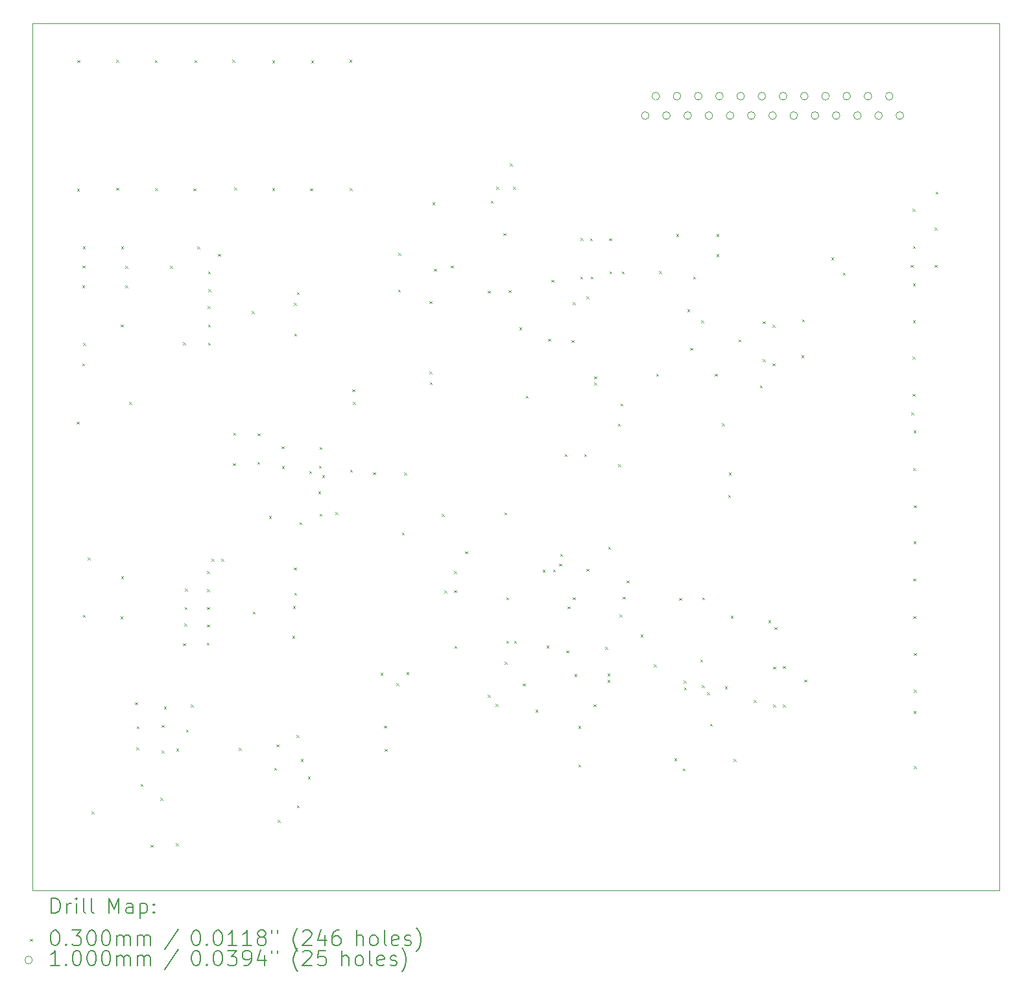
<source format=gbr>
%TF.GenerationSoftware,KiCad,Pcbnew,(7.0.0)*%
%TF.CreationDate,2023-04-15T15:55:12-07:00*%
%TF.ProjectId,FaultSignalGenerator_Isaiah_16Channel,4661756c-7453-4696-976e-616c47656e65,rev?*%
%TF.SameCoordinates,Original*%
%TF.FileFunction,Drillmap*%
%TF.FilePolarity,Positive*%
%FSLAX45Y45*%
G04 Gerber Fmt 4.5, Leading zero omitted, Abs format (unit mm)*
G04 Created by KiCad (PCBNEW (7.0.0)) date 2023-04-15 15:55:12*
%MOMM*%
%LPD*%
G01*
G04 APERTURE LIST*
%ADD10C,0.050000*%
%ADD11C,0.200000*%
%ADD12C,0.030000*%
%ADD13C,0.100000*%
G04 APERTURE END LIST*
D10*
X4975000Y-2740000D02*
X17600000Y-2740000D01*
X17600000Y-2740000D02*
X17600000Y-14070000D01*
X17600000Y-14070000D02*
X4975000Y-14070000D01*
X4975000Y-14070000D02*
X4975000Y-2740000D01*
D11*
D12*
X5551658Y-7941456D02*
X5581658Y-7971456D01*
X5581658Y-7941456D02*
X5551658Y-7971456D01*
X5554831Y-4899686D02*
X5584831Y-4929686D01*
X5584831Y-4899686D02*
X5554831Y-4929686D01*
X5559545Y-3218543D02*
X5589545Y-3248543D01*
X5589545Y-3218543D02*
X5559545Y-3248543D01*
X5620943Y-6159429D02*
X5650943Y-6189429D01*
X5650943Y-6159429D02*
X5620943Y-6189429D01*
X5620943Y-7179314D02*
X5650943Y-7209314D01*
X5650943Y-7179314D02*
X5620943Y-7209314D01*
X5628428Y-5902752D02*
X5658428Y-5932752D01*
X5658428Y-5902752D02*
X5628428Y-5932752D01*
X5630276Y-5651476D02*
X5660276Y-5681476D01*
X5660276Y-5651476D02*
X5630276Y-5681476D01*
X5630575Y-10464475D02*
X5660575Y-10494475D01*
X5660575Y-10464475D02*
X5630575Y-10494475D01*
X5633272Y-6914500D02*
X5663272Y-6944500D01*
X5663272Y-6914500D02*
X5633272Y-6944500D01*
X5693000Y-9717940D02*
X5723000Y-9747940D01*
X5723000Y-9717940D02*
X5693000Y-9747940D01*
X5745000Y-13035000D02*
X5775000Y-13065000D01*
X5775000Y-13035000D02*
X5745000Y-13065000D01*
X6064774Y-4884905D02*
X6094774Y-4914905D01*
X6094774Y-4884905D02*
X6064774Y-4914905D01*
X6066716Y-3215772D02*
X6096716Y-3245772D01*
X6096716Y-3215772D02*
X6066716Y-3245772D01*
X6119800Y-10485625D02*
X6149800Y-10515625D01*
X6149800Y-10485625D02*
X6119800Y-10515625D01*
X6125343Y-6672143D02*
X6155343Y-6702143D01*
X6155343Y-6672143D02*
X6125343Y-6702143D01*
X6129772Y-5653229D02*
X6159772Y-5683229D01*
X6159772Y-5653229D02*
X6129772Y-5683229D01*
X6130886Y-9962086D02*
X6160886Y-9992086D01*
X6160886Y-9962086D02*
X6130886Y-9992086D01*
X6183400Y-6160400D02*
X6213400Y-6190400D01*
X6213400Y-6160400D02*
X6183400Y-6190400D01*
X6186172Y-5905429D02*
X6216172Y-5935429D01*
X6216172Y-5905429D02*
X6186172Y-5935429D01*
X6234162Y-7686390D02*
X6264162Y-7716390D01*
X6264162Y-7686390D02*
X6234162Y-7716390D01*
X6310000Y-11610000D02*
X6340000Y-11640000D01*
X6340000Y-11610000D02*
X6310000Y-11640000D01*
X6330000Y-12195000D02*
X6360000Y-12225000D01*
X6360000Y-12195000D02*
X6330000Y-12225000D01*
X6335000Y-11920000D02*
X6365000Y-11950000D01*
X6365000Y-11920000D02*
X6335000Y-11950000D01*
X6385000Y-12675000D02*
X6415000Y-12705000D01*
X6415000Y-12675000D02*
X6385000Y-12705000D01*
X6515000Y-13470000D02*
X6545000Y-13500000D01*
X6545000Y-13470000D02*
X6515000Y-13500000D01*
X6571116Y-3218543D02*
X6601116Y-3248543D01*
X6601116Y-3218543D02*
X6571116Y-3248543D01*
X6572868Y-4888600D02*
X6602868Y-4918600D01*
X6602868Y-4888600D02*
X6572868Y-4918600D01*
X6643599Y-12855195D02*
X6673599Y-12885195D01*
X6673599Y-12855195D02*
X6643599Y-12885195D01*
X6660000Y-12240000D02*
X6690000Y-12270000D01*
X6690000Y-12240000D02*
X6660000Y-12270000D01*
X6660228Y-11904596D02*
X6690228Y-11934596D01*
X6690228Y-11904596D02*
X6660228Y-11934596D01*
X6690000Y-11665000D02*
X6720000Y-11695000D01*
X6720000Y-11665000D02*
X6690000Y-11695000D01*
X6769000Y-5905476D02*
X6799000Y-5935476D01*
X6799000Y-5905476D02*
X6769000Y-5935476D01*
X6845000Y-13450000D02*
X6875000Y-13480000D01*
X6875000Y-13450000D02*
X6845000Y-13480000D01*
X6850000Y-12215000D02*
X6880000Y-12245000D01*
X6880000Y-12215000D02*
X6850000Y-12245000D01*
X6938105Y-6904587D02*
X6968105Y-6934587D01*
X6968105Y-6904587D02*
X6938105Y-6934587D01*
X6940142Y-10837597D02*
X6970142Y-10867597D01*
X6970142Y-10837597D02*
X6940142Y-10867597D01*
X6954828Y-10581085D02*
X6984828Y-10611085D01*
X6984828Y-10581085D02*
X6954828Y-10611085D01*
X6958985Y-10364914D02*
X6988985Y-10394914D01*
X6988985Y-10364914D02*
X6958985Y-10394914D01*
X6963142Y-10123800D02*
X6993142Y-10153800D01*
X6993142Y-10123800D02*
X6963142Y-10153800D01*
X6975000Y-11965000D02*
X7005000Y-11995000D01*
X7005000Y-11965000D02*
X6975000Y-11995000D01*
X7040000Y-11640000D02*
X7070000Y-11670000D01*
X7070000Y-11640000D02*
X7040000Y-11670000D01*
X7075420Y-4895990D02*
X7105420Y-4925990D01*
X7105420Y-4895990D02*
X7075420Y-4925990D01*
X7086601Y-3218543D02*
X7116601Y-3248543D01*
X7116601Y-3218543D02*
X7086601Y-3248543D01*
X7126562Y-5650600D02*
X7156562Y-5680600D01*
X7156562Y-5650600D02*
X7126562Y-5680600D01*
X7248800Y-10828800D02*
X7278800Y-10858800D01*
X7278800Y-10828800D02*
X7248800Y-10858800D01*
X7250050Y-9893800D02*
X7280050Y-9923800D01*
X7280050Y-9893800D02*
X7250050Y-9923800D01*
X7250050Y-10128800D02*
X7280050Y-10158800D01*
X7280050Y-10128800D02*
X7250050Y-10158800D01*
X7250050Y-10363800D02*
X7280050Y-10393800D01*
X7280050Y-10363800D02*
X7250050Y-10393800D01*
X7250050Y-10593800D02*
X7280050Y-10623800D01*
X7280050Y-10593800D02*
X7250050Y-10623800D01*
X7258736Y-6432501D02*
X7288736Y-6462501D01*
X7288736Y-6432501D02*
X7258736Y-6462501D01*
X7263519Y-5978157D02*
X7293519Y-6008157D01*
X7293519Y-5978157D02*
X7263519Y-6008157D01*
X7263519Y-6671630D02*
X7293519Y-6701630D01*
X7293519Y-6671630D02*
X7263519Y-6701630D01*
X7263519Y-6910758D02*
X7293519Y-6940758D01*
X7293519Y-6910758D02*
X7263519Y-6940758D01*
X7268302Y-6212503D02*
X7298302Y-6242503D01*
X7298302Y-6212503D02*
X7268302Y-6242503D01*
X7312379Y-9735216D02*
X7342379Y-9765216D01*
X7342379Y-9735216D02*
X7312379Y-9765216D01*
X7398067Y-5748689D02*
X7428067Y-5778689D01*
X7428067Y-5748689D02*
X7398067Y-5778689D01*
X7436648Y-9733026D02*
X7466648Y-9763026D01*
X7466648Y-9733026D02*
X7436648Y-9763026D01*
X7579915Y-3213000D02*
X7609915Y-3243000D01*
X7609915Y-3213000D02*
X7579915Y-3243000D01*
X7591001Y-8485200D02*
X7621001Y-8515200D01*
X7621001Y-8485200D02*
X7591001Y-8515200D01*
X7593772Y-8086115D02*
X7623772Y-8116115D01*
X7623772Y-8086115D02*
X7593772Y-8116115D01*
X7607534Y-4883057D02*
X7637534Y-4913057D01*
X7637534Y-4883057D02*
X7607534Y-4913057D01*
X7664567Y-12207544D02*
X7694567Y-12237544D01*
X7694567Y-12207544D02*
X7664567Y-12237544D01*
X7835250Y-6497692D02*
X7865250Y-6527692D01*
X7865250Y-6497692D02*
X7835250Y-6527692D01*
X7849879Y-10424978D02*
X7879879Y-10454978D01*
X7879879Y-10424978D02*
X7849879Y-10454978D01*
X7908095Y-8467712D02*
X7938095Y-8497712D01*
X7938095Y-8467712D02*
X7908095Y-8497712D01*
X7914472Y-8094672D02*
X7944472Y-8124672D01*
X7944472Y-8094672D02*
X7914472Y-8124672D01*
X8062143Y-9172514D02*
X8092143Y-9202514D01*
X8092143Y-9172514D02*
X8062143Y-9202514D01*
X8100848Y-4892295D02*
X8130848Y-4922295D01*
X8130848Y-4892295D02*
X8100848Y-4922295D01*
X8103714Y-3221315D02*
X8133714Y-3251315D01*
X8133714Y-3221315D02*
X8103714Y-3251315D01*
X8130000Y-12465000D02*
X8160000Y-12495000D01*
X8160000Y-12465000D02*
X8130000Y-12495000D01*
X8159563Y-12157000D02*
X8189563Y-12187000D01*
X8189563Y-12157000D02*
X8159563Y-12187000D01*
X8175000Y-13145000D02*
X8205000Y-13175000D01*
X8205000Y-13145000D02*
X8175000Y-13175000D01*
X8224697Y-8265493D02*
X8254697Y-8295493D01*
X8254697Y-8265493D02*
X8224697Y-8295493D01*
X8230293Y-8522429D02*
X8260293Y-8552429D01*
X8260293Y-8522429D02*
X8230293Y-8552429D01*
X8367000Y-10739548D02*
X8397000Y-10769548D01*
X8397000Y-10739548D02*
X8367000Y-10769548D01*
X8372543Y-10349700D02*
X8402543Y-10379700D01*
X8402543Y-10349700D02*
X8372543Y-10379700D01*
X8385838Y-9845839D02*
X8415839Y-9875839D01*
X8415839Y-9845839D02*
X8385838Y-9875839D01*
X8387557Y-6387592D02*
X8417557Y-6417592D01*
X8417557Y-6387592D02*
X8387557Y-6417592D01*
X8391519Y-6792286D02*
X8421519Y-6822286D01*
X8421519Y-6792286D02*
X8391519Y-6822286D01*
X8392333Y-10177205D02*
X8422333Y-10207205D01*
X8422333Y-10177205D02*
X8392333Y-10207205D01*
X8422429Y-12034828D02*
X8452429Y-12064828D01*
X8452429Y-12034828D02*
X8422429Y-12064828D01*
X8424772Y-12954772D02*
X8454772Y-12984772D01*
X8454772Y-12954772D02*
X8424772Y-12984772D01*
X8424794Y-6247752D02*
X8454794Y-6277752D01*
X8454794Y-6247752D02*
X8424794Y-6277752D01*
X8457550Y-9253800D02*
X8487550Y-9283800D01*
X8487550Y-9253800D02*
X8457550Y-9283800D01*
X8473472Y-12349607D02*
X8503472Y-12379607D01*
X8503472Y-12349607D02*
X8473472Y-12379607D01*
X8568472Y-12577107D02*
X8598472Y-12607107D01*
X8598472Y-12577107D02*
X8568472Y-12607107D01*
X8585000Y-8585000D02*
X8615000Y-8615000D01*
X8615000Y-8585000D02*
X8585000Y-8615000D01*
X8597857Y-4895990D02*
X8627857Y-4925990D01*
X8627857Y-4895990D02*
X8597857Y-4925990D01*
X8610886Y-3224086D02*
X8640886Y-3254086D01*
X8640886Y-3224086D02*
X8610886Y-3254086D01*
X8704303Y-8854333D02*
X8734303Y-8884333D01*
X8734303Y-8854333D02*
X8704303Y-8884333D01*
X8712880Y-8516984D02*
X8742880Y-8546984D01*
X8742880Y-8516984D02*
X8712880Y-8546984D01*
X8719892Y-9146541D02*
X8749892Y-9176541D01*
X8749892Y-9146541D02*
X8719892Y-9176541D01*
X8722003Y-8273648D02*
X8752003Y-8303648D01*
X8752003Y-8273648D02*
X8722003Y-8303648D01*
X8756383Y-8642495D02*
X8786383Y-8672495D01*
X8786383Y-8642495D02*
X8756383Y-8672495D01*
X8929661Y-9124661D02*
X8959661Y-9154661D01*
X8959661Y-9124661D02*
X8929661Y-9154661D01*
X9109742Y-3213000D02*
X9139742Y-3243000D01*
X9139742Y-3213000D02*
X9109742Y-3243000D01*
X9115190Y-4892295D02*
X9145190Y-4922295D01*
X9145190Y-4892295D02*
X9115190Y-4922295D01*
X9120535Y-8567057D02*
X9150535Y-8597057D01*
X9150535Y-8567057D02*
X9120535Y-8597057D01*
X9150103Y-7519234D02*
X9180103Y-7549234D01*
X9180103Y-7519234D02*
X9150103Y-7549234D01*
X9158474Y-7682459D02*
X9188474Y-7712459D01*
X9188474Y-7682459D02*
X9158474Y-7712459D01*
X9417550Y-8603800D02*
X9447550Y-8633800D01*
X9447550Y-8603800D02*
X9417550Y-8633800D01*
X9517000Y-11221000D02*
X9547000Y-11251000D01*
X9547000Y-11221000D02*
X9517000Y-11251000D01*
X9562029Y-11913714D02*
X9592029Y-11943714D01*
X9592029Y-11913714D02*
X9562029Y-11943714D01*
X9570770Y-12219685D02*
X9600770Y-12249685D01*
X9600770Y-12219685D02*
X9570770Y-12249685D01*
X9722931Y-11359746D02*
X9752931Y-11389746D01*
X9752931Y-11359746D02*
X9722931Y-11389746D01*
X9745228Y-6216444D02*
X9775228Y-6246444D01*
X9775228Y-6216444D02*
X9745228Y-6246444D01*
X9749228Y-5738038D02*
X9779228Y-5768038D01*
X9779228Y-5738038D02*
X9749228Y-5768038D01*
X9797380Y-9389840D02*
X9827380Y-9419840D01*
X9827380Y-9389840D02*
X9797380Y-9419840D01*
X9823535Y-8604960D02*
X9853535Y-8634960D01*
X9853535Y-8604960D02*
X9823535Y-8634960D01*
X9855369Y-11212666D02*
X9885369Y-11242666D01*
X9885369Y-11212666D02*
X9855369Y-11242666D01*
X10154740Y-6366940D02*
X10184740Y-6396940D01*
X10184740Y-6366940D02*
X10154740Y-6396940D01*
X10155000Y-7285000D02*
X10185000Y-7315000D01*
X10185000Y-7285000D02*
X10155000Y-7315000D01*
X10158590Y-7427590D02*
X10188590Y-7457590D01*
X10188590Y-7427590D02*
X10158590Y-7457590D01*
X10195857Y-5075114D02*
X10225857Y-5105114D01*
X10225857Y-5075114D02*
X10195857Y-5105114D01*
X10215040Y-5945870D02*
X10245040Y-5975870D01*
X10245040Y-5945870D02*
X10215040Y-5975870D01*
X10316626Y-9150305D02*
X10346626Y-9180305D01*
X10346626Y-9150305D02*
X10316626Y-9180305D01*
X10350933Y-10146931D02*
X10380933Y-10176931D01*
X10380933Y-10146931D02*
X10350933Y-10176931D01*
X10437184Y-5902353D02*
X10467184Y-5932353D01*
X10467184Y-5902353D02*
X10437184Y-5932353D01*
X10478109Y-10143801D02*
X10508109Y-10173801D01*
X10508109Y-10143801D02*
X10478109Y-10173801D01*
X10479324Y-9894695D02*
X10509324Y-9924695D01*
X10509324Y-9894695D02*
X10479324Y-9924695D01*
X10481172Y-10871895D02*
X10511172Y-10901895D01*
X10511172Y-10871895D02*
X10481172Y-10901895D01*
X10621515Y-9635868D02*
X10651515Y-9665868D01*
X10651515Y-9635868D02*
X10621515Y-9665868D01*
X10915897Y-6234052D02*
X10945897Y-6264052D01*
X10945897Y-6234052D02*
X10915897Y-6264052D01*
X10917114Y-11512924D02*
X10947114Y-11542924D01*
X10947114Y-11512924D02*
X10917114Y-11542924D01*
X10954950Y-5055212D02*
X10984950Y-5085212D01*
X10984950Y-5055212D02*
X10954950Y-5085212D01*
X11017860Y-11631618D02*
X11047860Y-11661618D01*
X11047860Y-11631618D02*
X11017860Y-11661618D01*
X11026975Y-4874073D02*
X11056975Y-4904073D01*
X11056975Y-4874073D02*
X11026975Y-4904073D01*
X11121584Y-5478110D02*
X11151584Y-5508110D01*
X11151584Y-5478110D02*
X11121584Y-5508110D01*
X11134128Y-9128975D02*
X11164128Y-9158975D01*
X11164128Y-9128975D02*
X11134128Y-9158975D01*
X11138923Y-11078828D02*
X11168923Y-11108828D01*
X11168923Y-11078828D02*
X11138923Y-11108828D01*
X11159247Y-10237381D02*
X11189247Y-10267381D01*
X11189247Y-10237381D02*
X11159247Y-10267381D01*
X11160744Y-10805099D02*
X11190744Y-10835099D01*
X11190744Y-10805099D02*
X11160744Y-10835099D01*
X11187538Y-6224703D02*
X11217538Y-6254703D01*
X11217538Y-6224703D02*
X11187538Y-6254703D01*
X11203889Y-4569304D02*
X11233889Y-4599304D01*
X11233889Y-4569304D02*
X11203889Y-4599304D01*
X11246550Y-4873800D02*
X11276550Y-4903800D01*
X11276550Y-4873800D02*
X11246550Y-4903800D01*
X11261190Y-10802619D02*
X11291190Y-10832619D01*
X11291190Y-10802619D02*
X11261190Y-10832619D01*
X11327617Y-6712086D02*
X11357617Y-6742086D01*
X11357617Y-6712086D02*
X11327617Y-6742086D01*
X11375324Y-11363977D02*
X11405324Y-11393977D01*
X11405324Y-11363977D02*
X11375324Y-11393977D01*
X11415000Y-7605000D02*
X11445000Y-7635000D01*
X11445000Y-7605000D02*
X11415000Y-7635000D01*
X11541505Y-11704026D02*
X11571505Y-11734026D01*
X11571505Y-11704026D02*
X11541505Y-11734026D01*
X11632086Y-9877875D02*
X11662086Y-9907875D01*
X11662086Y-9877875D02*
X11632086Y-9907875D01*
X11686050Y-10867149D02*
X11716050Y-10897149D01*
X11716050Y-10867149D02*
X11686050Y-10897149D01*
X11704550Y-6859061D02*
X11734550Y-6889061D01*
X11734550Y-6859061D02*
X11704550Y-6889061D01*
X11745941Y-6086982D02*
X11775941Y-6116982D01*
X11775941Y-6086982D02*
X11745941Y-6116982D01*
X11767867Y-9872856D02*
X11797867Y-9902856D01*
X11797867Y-9872856D02*
X11767867Y-9902856D01*
X11850401Y-9795593D02*
X11880401Y-9825593D01*
X11880401Y-9795593D02*
X11850401Y-9825593D01*
X11860055Y-9669724D02*
X11890055Y-9699724D01*
X11890055Y-9669724D02*
X11860055Y-9699724D01*
X11923000Y-8367000D02*
X11953000Y-8397000D01*
X11953000Y-8367000D02*
X11923000Y-8397000D01*
X11941302Y-10933006D02*
X11971302Y-10963006D01*
X11971302Y-10933006D02*
X11941302Y-10963006D01*
X11961151Y-10355857D02*
X11991151Y-10385857D01*
X11991151Y-10355857D02*
X11961151Y-10385857D01*
X12012120Y-6874148D02*
X12042120Y-6904148D01*
X12042120Y-6874148D02*
X12012120Y-6904148D01*
X12026915Y-6380561D02*
X12056915Y-6410561D01*
X12056915Y-6380561D02*
X12026915Y-6410561D01*
X12027550Y-10236300D02*
X12057550Y-10266300D01*
X12057550Y-10236300D02*
X12027550Y-10266300D01*
X12048294Y-11239652D02*
X12078294Y-11269652D01*
X12078294Y-11239652D02*
X12048294Y-11269652D01*
X12097171Y-11917268D02*
X12127171Y-11947268D01*
X12127171Y-11917268D02*
X12097171Y-11947268D01*
X12100494Y-12420532D02*
X12130494Y-12450532D01*
X12130494Y-12420532D02*
X12100494Y-12450532D01*
X12125267Y-6044924D02*
X12155267Y-6074924D01*
X12155267Y-6044924D02*
X12125267Y-6074924D01*
X12126550Y-5543800D02*
X12156550Y-5573800D01*
X12156550Y-5543800D02*
X12126550Y-5573800D01*
X12177000Y-8367000D02*
X12207000Y-8397000D01*
X12207000Y-8367000D02*
X12177000Y-8397000D01*
X12203657Y-9863934D02*
X12233657Y-9893934D01*
X12233657Y-9863934D02*
X12203657Y-9893934D01*
X12206562Y-6305438D02*
X12236562Y-6335438D01*
X12236562Y-6305438D02*
X12206562Y-6335438D01*
X12251056Y-5547599D02*
X12281056Y-5577599D01*
X12281056Y-5547599D02*
X12251056Y-5577599D01*
X12259842Y-6045158D02*
X12289842Y-6075158D01*
X12289842Y-6045158D02*
X12259842Y-6075158D01*
X12298172Y-11634685D02*
X12328172Y-11664685D01*
X12328172Y-11634685D02*
X12298172Y-11664685D01*
X12306993Y-7431390D02*
X12336993Y-7461390D01*
X12336993Y-7431390D02*
X12306993Y-7461390D01*
X12308233Y-7348305D02*
X12338233Y-7378305D01*
X12338233Y-7348305D02*
X12308233Y-7378305D01*
X12448550Y-10884037D02*
X12478550Y-10914037D01*
X12478550Y-10884037D02*
X12448550Y-10914037D01*
X12478338Y-11231684D02*
X12508338Y-11261684D01*
X12508338Y-11231684D02*
X12478338Y-11261684D01*
X12478338Y-11314769D02*
X12508338Y-11344769D01*
X12508338Y-11314769D02*
X12478338Y-11344769D01*
X12488893Y-9576750D02*
X12518893Y-9606750D01*
X12518893Y-9576750D02*
X12488893Y-9606750D01*
X12502861Y-5545910D02*
X12532861Y-5575910D01*
X12532861Y-5545910D02*
X12502861Y-5575910D01*
X12506047Y-5976472D02*
X12536047Y-6006472D01*
X12536047Y-5976472D02*
X12506047Y-6006472D01*
X12615572Y-7966943D02*
X12645572Y-7996943D01*
X12645572Y-7966943D02*
X12615572Y-7996943D01*
X12621974Y-8497094D02*
X12651974Y-8527094D01*
X12651974Y-8497094D02*
X12621974Y-8527094D01*
X12636650Y-10461156D02*
X12666650Y-10491156D01*
X12666650Y-10461156D02*
X12636650Y-10491156D01*
X12649019Y-7705648D02*
X12679019Y-7735648D01*
X12679019Y-7705648D02*
X12649019Y-7735648D01*
X12666524Y-5978765D02*
X12696524Y-6008765D01*
X12696524Y-5978765D02*
X12666524Y-6008765D01*
X12680159Y-10227205D02*
X12710159Y-10257205D01*
X12710159Y-10227205D02*
X12680159Y-10257205D01*
X12731465Y-10016727D02*
X12761465Y-10046727D01*
X12761465Y-10016727D02*
X12731465Y-10046727D01*
X12912289Y-10724260D02*
X12942289Y-10754260D01*
X12942289Y-10724260D02*
X12912289Y-10754260D01*
X13083493Y-11113838D02*
X13113493Y-11143838D01*
X13113493Y-11113838D02*
X13083493Y-11143838D01*
X13115000Y-7315910D02*
X13145000Y-7345910D01*
X13145000Y-7315910D02*
X13115000Y-7345910D01*
X13155181Y-5974363D02*
X13185181Y-6004363D01*
X13185181Y-5974363D02*
X13155181Y-6004363D01*
X13351705Y-12340467D02*
X13381705Y-12370467D01*
X13381705Y-12340467D02*
X13351705Y-12370467D01*
X13377390Y-5490196D02*
X13407390Y-5520196D01*
X13407390Y-5490196D02*
X13377390Y-5520196D01*
X13414391Y-10244375D02*
X13444391Y-10274375D01*
X13444391Y-10244375D02*
X13414391Y-10274375D01*
X13461088Y-12471856D02*
X13491088Y-12501856D01*
X13491088Y-12471856D02*
X13461088Y-12501856D01*
X13476547Y-11326740D02*
X13506547Y-11356740D01*
X13506547Y-11326740D02*
X13476547Y-11356740D01*
X13480267Y-11414785D02*
X13510267Y-11444785D01*
X13510267Y-11414785D02*
X13480267Y-11444785D01*
X13520100Y-6472380D02*
X13550100Y-6502380D01*
X13550100Y-6472380D02*
X13520100Y-6502380D01*
X13561102Y-6977521D02*
X13591102Y-7007521D01*
X13591102Y-6977521D02*
X13561102Y-7007521D01*
X13596054Y-6044737D02*
X13626054Y-6074737D01*
X13626054Y-6044737D02*
X13596054Y-6074737D01*
X13690000Y-11051350D02*
X13720000Y-11081350D01*
X13720000Y-11051350D02*
X13690000Y-11081350D01*
X13705100Y-6619696D02*
X13735100Y-6649696D01*
X13735100Y-6619696D02*
X13705100Y-6649696D01*
X13711949Y-11382701D02*
X13741949Y-11412701D01*
X13741949Y-11382701D02*
X13711949Y-11412701D01*
X13716787Y-10235313D02*
X13746787Y-10265313D01*
X13746787Y-10235313D02*
X13716787Y-10265313D01*
X13780926Y-11477408D02*
X13810926Y-11507408D01*
X13810926Y-11477408D02*
X13780926Y-11507408D01*
X13816748Y-11887599D02*
X13846748Y-11917599D01*
X13846748Y-11887599D02*
X13816748Y-11917599D01*
X13880000Y-7315000D02*
X13910000Y-7345000D01*
X13910000Y-7315000D02*
X13880000Y-7345000D01*
X13901367Y-5754022D02*
X13931367Y-5784022D01*
X13931367Y-5754022D02*
X13901367Y-5784022D01*
X13901419Y-5490734D02*
X13931419Y-5520734D01*
X13931419Y-5490734D02*
X13901419Y-5520734D01*
X13972457Y-7964006D02*
X14002457Y-7994006D01*
X14002457Y-7964006D02*
X13972457Y-7994006D01*
X14012892Y-11401451D02*
X14042892Y-11431451D01*
X14042892Y-11401451D02*
X14012892Y-11431451D01*
X14055000Y-8900000D02*
X14085000Y-8930000D01*
X14085000Y-8900000D02*
X14055000Y-8930000D01*
X14065000Y-8605000D02*
X14095000Y-8635000D01*
X14095000Y-8605000D02*
X14065000Y-8635000D01*
X14090473Y-10479833D02*
X14120473Y-10509833D01*
X14120473Y-10479833D02*
X14090473Y-10509833D01*
X14126403Y-12348539D02*
X14156403Y-12378539D01*
X14156403Y-12348539D02*
X14126403Y-12378539D01*
X14191230Y-6866083D02*
X14221230Y-6896083D01*
X14221230Y-6866083D02*
X14191230Y-6896083D01*
X14389701Y-11578036D02*
X14419701Y-11608036D01*
X14419701Y-11578036D02*
X14389701Y-11608036D01*
X14471456Y-7469058D02*
X14501456Y-7499058D01*
X14501456Y-7469058D02*
X14471456Y-7499058D01*
X14506661Y-6631081D02*
X14536661Y-6661081D01*
X14536661Y-6631081D02*
X14506661Y-6661081D01*
X14510006Y-7126264D02*
X14540006Y-7156264D01*
X14540006Y-7126264D02*
X14510006Y-7156264D01*
X14581496Y-10539387D02*
X14611496Y-10569387D01*
X14611496Y-10539387D02*
X14581496Y-10569387D01*
X14635000Y-6675000D02*
X14665000Y-6705000D01*
X14665000Y-6675000D02*
X14635000Y-6705000D01*
X14635912Y-7180460D02*
X14665912Y-7210460D01*
X14665912Y-7180460D02*
X14635912Y-7210460D01*
X14642550Y-11143800D02*
X14672550Y-11173800D01*
X14672550Y-11143800D02*
X14642550Y-11173800D01*
X14642550Y-11638800D02*
X14672550Y-11668800D01*
X14672550Y-11638800D02*
X14642550Y-11668800D01*
X14659207Y-10627570D02*
X14689207Y-10657570D01*
X14689207Y-10627570D02*
X14659207Y-10657570D01*
X14770000Y-11640000D02*
X14800000Y-11670000D01*
X14800000Y-11640000D02*
X14770000Y-11670000D01*
X14770084Y-11132504D02*
X14800084Y-11162504D01*
X14800084Y-11132504D02*
X14770084Y-11162504D01*
X15012515Y-7076403D02*
X15042515Y-7106403D01*
X15042515Y-7076403D02*
X15012515Y-7106403D01*
X15019153Y-6603950D02*
X15049153Y-6633950D01*
X15049153Y-6603950D02*
X15019153Y-6633950D01*
X15050244Y-11312968D02*
X15080244Y-11342968D01*
X15080244Y-11312968D02*
X15050244Y-11342968D01*
X15400000Y-5795000D02*
X15430000Y-5825000D01*
X15430000Y-5795000D02*
X15400000Y-5825000D01*
X15555000Y-5995000D02*
X15585000Y-6025000D01*
X15585000Y-5995000D02*
X15555000Y-6025000D01*
X16440050Y-5893800D02*
X16470050Y-5923800D01*
X16470050Y-5893800D02*
X16440050Y-5923800D01*
X16445050Y-7818800D02*
X16475050Y-7848800D01*
X16475050Y-7818800D02*
X16445050Y-7848800D01*
X16461786Y-5162515D02*
X16491786Y-5192515D01*
X16491786Y-5162515D02*
X16461786Y-5192515D01*
X16461786Y-7577495D02*
X16491786Y-7607495D01*
X16491786Y-7577495D02*
X16461786Y-7607495D01*
X16464008Y-7093166D02*
X16494008Y-7123166D01*
X16494008Y-7093166D02*
X16464008Y-7123166D01*
X16466229Y-6617724D02*
X16496229Y-6647724D01*
X16496229Y-6617724D02*
X16466229Y-6647724D01*
X16468451Y-5649066D02*
X16498451Y-5679066D01*
X16498451Y-5649066D02*
X16468451Y-5679066D01*
X16468451Y-6133395D02*
X16498451Y-6163395D01*
X16498451Y-6133395D02*
X16468451Y-6163395D01*
X16470673Y-10481247D02*
X16500673Y-10511247D01*
X16500673Y-10481247D02*
X16470673Y-10511247D01*
X16472894Y-8546153D02*
X16502894Y-8576153D01*
X16502894Y-8546153D02*
X16472894Y-8576153D01*
X16472894Y-9992475D02*
X16502894Y-10022475D01*
X16502894Y-9992475D02*
X16472894Y-10022475D01*
X16475116Y-8057381D02*
X16505116Y-8087381D01*
X16505116Y-8057381D02*
X16475116Y-8087381D01*
X16475116Y-9505924D02*
X16505116Y-9535924D01*
X16505116Y-9505924D02*
X16475116Y-9535924D01*
X16475116Y-11720951D02*
X16505116Y-11750951D01*
X16505116Y-11720951D02*
X16475116Y-11750951D01*
X16479559Y-10963354D02*
X16509559Y-10993354D01*
X16509559Y-10963354D02*
X16479559Y-10993354D01*
X16479559Y-11443240D02*
X16509559Y-11473240D01*
X16509559Y-11443240D02*
X16479559Y-11473240D01*
X16479559Y-12443001D02*
X16509559Y-12473001D01*
X16509559Y-12443001D02*
X16479559Y-12473001D01*
X16481781Y-9034925D02*
X16511781Y-9064925D01*
X16511781Y-9034925D02*
X16481781Y-9064925D01*
X16752550Y-5408800D02*
X16782550Y-5438800D01*
X16782550Y-5408800D02*
X16752550Y-5438800D01*
X16752550Y-5893800D02*
X16782550Y-5923800D01*
X16782550Y-5893800D02*
X16752550Y-5923800D01*
X16765000Y-4935000D02*
X16795000Y-4965000D01*
X16795000Y-4935000D02*
X16765000Y-4965000D01*
D13*
X13022500Y-3943033D02*
G75*
G03*
X13022500Y-3943033I-50000J0D01*
G01*
X13161000Y-3689033D02*
G75*
G03*
X13161000Y-3689033I-50000J0D01*
G01*
X13299500Y-3943033D02*
G75*
G03*
X13299500Y-3943033I-50000J0D01*
G01*
X13438000Y-3689033D02*
G75*
G03*
X13438000Y-3689033I-50000J0D01*
G01*
X13576500Y-3943033D02*
G75*
G03*
X13576500Y-3943033I-50000J0D01*
G01*
X13715000Y-3689033D02*
G75*
G03*
X13715000Y-3689033I-50000J0D01*
G01*
X13853500Y-3943033D02*
G75*
G03*
X13853500Y-3943033I-50000J0D01*
G01*
X13992000Y-3689033D02*
G75*
G03*
X13992000Y-3689033I-50000J0D01*
G01*
X14130500Y-3943033D02*
G75*
G03*
X14130500Y-3943033I-50000J0D01*
G01*
X14269000Y-3689033D02*
G75*
G03*
X14269000Y-3689033I-50000J0D01*
G01*
X14407500Y-3943033D02*
G75*
G03*
X14407500Y-3943033I-50000J0D01*
G01*
X14546000Y-3689033D02*
G75*
G03*
X14546000Y-3689033I-50000J0D01*
G01*
X14684500Y-3943033D02*
G75*
G03*
X14684500Y-3943033I-50000J0D01*
G01*
X14823000Y-3689033D02*
G75*
G03*
X14823000Y-3689033I-50000J0D01*
G01*
X14961500Y-3943033D02*
G75*
G03*
X14961500Y-3943033I-50000J0D01*
G01*
X15100000Y-3689033D02*
G75*
G03*
X15100000Y-3689033I-50000J0D01*
G01*
X15238500Y-3943033D02*
G75*
G03*
X15238500Y-3943033I-50000J0D01*
G01*
X15377000Y-3689033D02*
G75*
G03*
X15377000Y-3689033I-50000J0D01*
G01*
X15515500Y-3943033D02*
G75*
G03*
X15515500Y-3943033I-50000J0D01*
G01*
X15654000Y-3689033D02*
G75*
G03*
X15654000Y-3689033I-50000J0D01*
G01*
X15792500Y-3943033D02*
G75*
G03*
X15792500Y-3943033I-50000J0D01*
G01*
X15931000Y-3689033D02*
G75*
G03*
X15931000Y-3689033I-50000J0D01*
G01*
X16069500Y-3943033D02*
G75*
G03*
X16069500Y-3943033I-50000J0D01*
G01*
X16208000Y-3689033D02*
G75*
G03*
X16208000Y-3689033I-50000J0D01*
G01*
X16346500Y-3943033D02*
G75*
G03*
X16346500Y-3943033I-50000J0D01*
G01*
D11*
X5220119Y-14365976D02*
X5220119Y-14165976D01*
X5220119Y-14165976D02*
X5267738Y-14165976D01*
X5267738Y-14165976D02*
X5296310Y-14175500D01*
X5296310Y-14175500D02*
X5315357Y-14194548D01*
X5315357Y-14194548D02*
X5324881Y-14213595D01*
X5324881Y-14213595D02*
X5334405Y-14251690D01*
X5334405Y-14251690D02*
X5334405Y-14280262D01*
X5334405Y-14280262D02*
X5324881Y-14318357D01*
X5324881Y-14318357D02*
X5315357Y-14337405D01*
X5315357Y-14337405D02*
X5296310Y-14356452D01*
X5296310Y-14356452D02*
X5267738Y-14365976D01*
X5267738Y-14365976D02*
X5220119Y-14365976D01*
X5420119Y-14365976D02*
X5420119Y-14232643D01*
X5420119Y-14270738D02*
X5429643Y-14251690D01*
X5429643Y-14251690D02*
X5439167Y-14242167D01*
X5439167Y-14242167D02*
X5458214Y-14232643D01*
X5458214Y-14232643D02*
X5477262Y-14232643D01*
X5543929Y-14365976D02*
X5543929Y-14232643D01*
X5543929Y-14165976D02*
X5534405Y-14175500D01*
X5534405Y-14175500D02*
X5543929Y-14185024D01*
X5543929Y-14185024D02*
X5553452Y-14175500D01*
X5553452Y-14175500D02*
X5543929Y-14165976D01*
X5543929Y-14165976D02*
X5543929Y-14185024D01*
X5667738Y-14365976D02*
X5648690Y-14356452D01*
X5648690Y-14356452D02*
X5639167Y-14337405D01*
X5639167Y-14337405D02*
X5639167Y-14165976D01*
X5772500Y-14365976D02*
X5753452Y-14356452D01*
X5753452Y-14356452D02*
X5743928Y-14337405D01*
X5743928Y-14337405D02*
X5743928Y-14165976D01*
X5968690Y-14365976D02*
X5968690Y-14165976D01*
X5968690Y-14165976D02*
X6035357Y-14308833D01*
X6035357Y-14308833D02*
X6102024Y-14165976D01*
X6102024Y-14165976D02*
X6102024Y-14365976D01*
X6282976Y-14365976D02*
X6282976Y-14261214D01*
X6282976Y-14261214D02*
X6273452Y-14242167D01*
X6273452Y-14242167D02*
X6254405Y-14232643D01*
X6254405Y-14232643D02*
X6216309Y-14232643D01*
X6216309Y-14232643D02*
X6197262Y-14242167D01*
X6282976Y-14356452D02*
X6263928Y-14365976D01*
X6263928Y-14365976D02*
X6216309Y-14365976D01*
X6216309Y-14365976D02*
X6197262Y-14356452D01*
X6197262Y-14356452D02*
X6187738Y-14337405D01*
X6187738Y-14337405D02*
X6187738Y-14318357D01*
X6187738Y-14318357D02*
X6197262Y-14299309D01*
X6197262Y-14299309D02*
X6216309Y-14289786D01*
X6216309Y-14289786D02*
X6263928Y-14289786D01*
X6263928Y-14289786D02*
X6282976Y-14280262D01*
X6378214Y-14232643D02*
X6378214Y-14432643D01*
X6378214Y-14242167D02*
X6397262Y-14232643D01*
X6397262Y-14232643D02*
X6435357Y-14232643D01*
X6435357Y-14232643D02*
X6454405Y-14242167D01*
X6454405Y-14242167D02*
X6463928Y-14251690D01*
X6463928Y-14251690D02*
X6473452Y-14270738D01*
X6473452Y-14270738D02*
X6473452Y-14327881D01*
X6473452Y-14327881D02*
X6463928Y-14346928D01*
X6463928Y-14346928D02*
X6454405Y-14356452D01*
X6454405Y-14356452D02*
X6435357Y-14365976D01*
X6435357Y-14365976D02*
X6397262Y-14365976D01*
X6397262Y-14365976D02*
X6378214Y-14356452D01*
X6559167Y-14346928D02*
X6568690Y-14356452D01*
X6568690Y-14356452D02*
X6559167Y-14365976D01*
X6559167Y-14365976D02*
X6549643Y-14356452D01*
X6549643Y-14356452D02*
X6559167Y-14346928D01*
X6559167Y-14346928D02*
X6559167Y-14365976D01*
X6559167Y-14242167D02*
X6568690Y-14251690D01*
X6568690Y-14251690D02*
X6559167Y-14261214D01*
X6559167Y-14261214D02*
X6549643Y-14251690D01*
X6549643Y-14251690D02*
X6559167Y-14242167D01*
X6559167Y-14242167D02*
X6559167Y-14261214D01*
D12*
X4942500Y-14697500D02*
X4972500Y-14727500D01*
X4972500Y-14697500D02*
X4942500Y-14727500D01*
D11*
X5258214Y-14585976D02*
X5277262Y-14585976D01*
X5277262Y-14585976D02*
X5296310Y-14595500D01*
X5296310Y-14595500D02*
X5305833Y-14605024D01*
X5305833Y-14605024D02*
X5315357Y-14624071D01*
X5315357Y-14624071D02*
X5324881Y-14662167D01*
X5324881Y-14662167D02*
X5324881Y-14709786D01*
X5324881Y-14709786D02*
X5315357Y-14747881D01*
X5315357Y-14747881D02*
X5305833Y-14766928D01*
X5305833Y-14766928D02*
X5296310Y-14776452D01*
X5296310Y-14776452D02*
X5277262Y-14785976D01*
X5277262Y-14785976D02*
X5258214Y-14785976D01*
X5258214Y-14785976D02*
X5239167Y-14776452D01*
X5239167Y-14776452D02*
X5229643Y-14766928D01*
X5229643Y-14766928D02*
X5220119Y-14747881D01*
X5220119Y-14747881D02*
X5210595Y-14709786D01*
X5210595Y-14709786D02*
X5210595Y-14662167D01*
X5210595Y-14662167D02*
X5220119Y-14624071D01*
X5220119Y-14624071D02*
X5229643Y-14605024D01*
X5229643Y-14605024D02*
X5239167Y-14595500D01*
X5239167Y-14595500D02*
X5258214Y-14585976D01*
X5410595Y-14766928D02*
X5420119Y-14776452D01*
X5420119Y-14776452D02*
X5410595Y-14785976D01*
X5410595Y-14785976D02*
X5401071Y-14776452D01*
X5401071Y-14776452D02*
X5410595Y-14766928D01*
X5410595Y-14766928D02*
X5410595Y-14785976D01*
X5486786Y-14585976D02*
X5610595Y-14585976D01*
X5610595Y-14585976D02*
X5543929Y-14662167D01*
X5543929Y-14662167D02*
X5572500Y-14662167D01*
X5572500Y-14662167D02*
X5591548Y-14671690D01*
X5591548Y-14671690D02*
X5601071Y-14681214D01*
X5601071Y-14681214D02*
X5610595Y-14700262D01*
X5610595Y-14700262D02*
X5610595Y-14747881D01*
X5610595Y-14747881D02*
X5601071Y-14766928D01*
X5601071Y-14766928D02*
X5591548Y-14776452D01*
X5591548Y-14776452D02*
X5572500Y-14785976D01*
X5572500Y-14785976D02*
X5515357Y-14785976D01*
X5515357Y-14785976D02*
X5496310Y-14776452D01*
X5496310Y-14776452D02*
X5486786Y-14766928D01*
X5734405Y-14585976D02*
X5753452Y-14585976D01*
X5753452Y-14585976D02*
X5772500Y-14595500D01*
X5772500Y-14595500D02*
X5782024Y-14605024D01*
X5782024Y-14605024D02*
X5791548Y-14624071D01*
X5791548Y-14624071D02*
X5801071Y-14662167D01*
X5801071Y-14662167D02*
X5801071Y-14709786D01*
X5801071Y-14709786D02*
X5791548Y-14747881D01*
X5791548Y-14747881D02*
X5782024Y-14766928D01*
X5782024Y-14766928D02*
X5772500Y-14776452D01*
X5772500Y-14776452D02*
X5753452Y-14785976D01*
X5753452Y-14785976D02*
X5734405Y-14785976D01*
X5734405Y-14785976D02*
X5715357Y-14776452D01*
X5715357Y-14776452D02*
X5705833Y-14766928D01*
X5705833Y-14766928D02*
X5696309Y-14747881D01*
X5696309Y-14747881D02*
X5686786Y-14709786D01*
X5686786Y-14709786D02*
X5686786Y-14662167D01*
X5686786Y-14662167D02*
X5696309Y-14624071D01*
X5696309Y-14624071D02*
X5705833Y-14605024D01*
X5705833Y-14605024D02*
X5715357Y-14595500D01*
X5715357Y-14595500D02*
X5734405Y-14585976D01*
X5924881Y-14585976D02*
X5943929Y-14585976D01*
X5943929Y-14585976D02*
X5962976Y-14595500D01*
X5962976Y-14595500D02*
X5972500Y-14605024D01*
X5972500Y-14605024D02*
X5982024Y-14624071D01*
X5982024Y-14624071D02*
X5991548Y-14662167D01*
X5991548Y-14662167D02*
X5991548Y-14709786D01*
X5991548Y-14709786D02*
X5982024Y-14747881D01*
X5982024Y-14747881D02*
X5972500Y-14766928D01*
X5972500Y-14766928D02*
X5962976Y-14776452D01*
X5962976Y-14776452D02*
X5943929Y-14785976D01*
X5943929Y-14785976D02*
X5924881Y-14785976D01*
X5924881Y-14785976D02*
X5905833Y-14776452D01*
X5905833Y-14776452D02*
X5896309Y-14766928D01*
X5896309Y-14766928D02*
X5886786Y-14747881D01*
X5886786Y-14747881D02*
X5877262Y-14709786D01*
X5877262Y-14709786D02*
X5877262Y-14662167D01*
X5877262Y-14662167D02*
X5886786Y-14624071D01*
X5886786Y-14624071D02*
X5896309Y-14605024D01*
X5896309Y-14605024D02*
X5905833Y-14595500D01*
X5905833Y-14595500D02*
X5924881Y-14585976D01*
X6077262Y-14785976D02*
X6077262Y-14652643D01*
X6077262Y-14671690D02*
X6086786Y-14662167D01*
X6086786Y-14662167D02*
X6105833Y-14652643D01*
X6105833Y-14652643D02*
X6134405Y-14652643D01*
X6134405Y-14652643D02*
X6153452Y-14662167D01*
X6153452Y-14662167D02*
X6162976Y-14681214D01*
X6162976Y-14681214D02*
X6162976Y-14785976D01*
X6162976Y-14681214D02*
X6172500Y-14662167D01*
X6172500Y-14662167D02*
X6191548Y-14652643D01*
X6191548Y-14652643D02*
X6220119Y-14652643D01*
X6220119Y-14652643D02*
X6239167Y-14662167D01*
X6239167Y-14662167D02*
X6248690Y-14681214D01*
X6248690Y-14681214D02*
X6248690Y-14785976D01*
X6343929Y-14785976D02*
X6343929Y-14652643D01*
X6343929Y-14671690D02*
X6353452Y-14662167D01*
X6353452Y-14662167D02*
X6372500Y-14652643D01*
X6372500Y-14652643D02*
X6401071Y-14652643D01*
X6401071Y-14652643D02*
X6420119Y-14662167D01*
X6420119Y-14662167D02*
X6429643Y-14681214D01*
X6429643Y-14681214D02*
X6429643Y-14785976D01*
X6429643Y-14681214D02*
X6439167Y-14662167D01*
X6439167Y-14662167D02*
X6458214Y-14652643D01*
X6458214Y-14652643D02*
X6486786Y-14652643D01*
X6486786Y-14652643D02*
X6505833Y-14662167D01*
X6505833Y-14662167D02*
X6515357Y-14681214D01*
X6515357Y-14681214D02*
X6515357Y-14785976D01*
X6873452Y-14576452D02*
X6702024Y-14833595D01*
X7098214Y-14585976D02*
X7117262Y-14585976D01*
X7117262Y-14585976D02*
X7136310Y-14595500D01*
X7136310Y-14595500D02*
X7145833Y-14605024D01*
X7145833Y-14605024D02*
X7155357Y-14624071D01*
X7155357Y-14624071D02*
X7164881Y-14662167D01*
X7164881Y-14662167D02*
X7164881Y-14709786D01*
X7164881Y-14709786D02*
X7155357Y-14747881D01*
X7155357Y-14747881D02*
X7145833Y-14766928D01*
X7145833Y-14766928D02*
X7136310Y-14776452D01*
X7136310Y-14776452D02*
X7117262Y-14785976D01*
X7117262Y-14785976D02*
X7098214Y-14785976D01*
X7098214Y-14785976D02*
X7079167Y-14776452D01*
X7079167Y-14776452D02*
X7069643Y-14766928D01*
X7069643Y-14766928D02*
X7060119Y-14747881D01*
X7060119Y-14747881D02*
X7050595Y-14709786D01*
X7050595Y-14709786D02*
X7050595Y-14662167D01*
X7050595Y-14662167D02*
X7060119Y-14624071D01*
X7060119Y-14624071D02*
X7069643Y-14605024D01*
X7069643Y-14605024D02*
X7079167Y-14595500D01*
X7079167Y-14595500D02*
X7098214Y-14585976D01*
X7250595Y-14766928D02*
X7260119Y-14776452D01*
X7260119Y-14776452D02*
X7250595Y-14785976D01*
X7250595Y-14785976D02*
X7241071Y-14776452D01*
X7241071Y-14776452D02*
X7250595Y-14766928D01*
X7250595Y-14766928D02*
X7250595Y-14785976D01*
X7383929Y-14585976D02*
X7402976Y-14585976D01*
X7402976Y-14585976D02*
X7422024Y-14595500D01*
X7422024Y-14595500D02*
X7431548Y-14605024D01*
X7431548Y-14605024D02*
X7441071Y-14624071D01*
X7441071Y-14624071D02*
X7450595Y-14662167D01*
X7450595Y-14662167D02*
X7450595Y-14709786D01*
X7450595Y-14709786D02*
X7441071Y-14747881D01*
X7441071Y-14747881D02*
X7431548Y-14766928D01*
X7431548Y-14766928D02*
X7422024Y-14776452D01*
X7422024Y-14776452D02*
X7402976Y-14785976D01*
X7402976Y-14785976D02*
X7383929Y-14785976D01*
X7383929Y-14785976D02*
X7364881Y-14776452D01*
X7364881Y-14776452D02*
X7355357Y-14766928D01*
X7355357Y-14766928D02*
X7345833Y-14747881D01*
X7345833Y-14747881D02*
X7336310Y-14709786D01*
X7336310Y-14709786D02*
X7336310Y-14662167D01*
X7336310Y-14662167D02*
X7345833Y-14624071D01*
X7345833Y-14624071D02*
X7355357Y-14605024D01*
X7355357Y-14605024D02*
X7364881Y-14595500D01*
X7364881Y-14595500D02*
X7383929Y-14585976D01*
X7641071Y-14785976D02*
X7526786Y-14785976D01*
X7583929Y-14785976D02*
X7583929Y-14585976D01*
X7583929Y-14585976D02*
X7564881Y-14614548D01*
X7564881Y-14614548D02*
X7545833Y-14633595D01*
X7545833Y-14633595D02*
X7526786Y-14643119D01*
X7831548Y-14785976D02*
X7717262Y-14785976D01*
X7774405Y-14785976D02*
X7774405Y-14585976D01*
X7774405Y-14585976D02*
X7755357Y-14614548D01*
X7755357Y-14614548D02*
X7736310Y-14633595D01*
X7736310Y-14633595D02*
X7717262Y-14643119D01*
X7945833Y-14671690D02*
X7926786Y-14662167D01*
X7926786Y-14662167D02*
X7917262Y-14652643D01*
X7917262Y-14652643D02*
X7907738Y-14633595D01*
X7907738Y-14633595D02*
X7907738Y-14624071D01*
X7907738Y-14624071D02*
X7917262Y-14605024D01*
X7917262Y-14605024D02*
X7926786Y-14595500D01*
X7926786Y-14595500D02*
X7945833Y-14585976D01*
X7945833Y-14585976D02*
X7983929Y-14585976D01*
X7983929Y-14585976D02*
X8002976Y-14595500D01*
X8002976Y-14595500D02*
X8012500Y-14605024D01*
X8012500Y-14605024D02*
X8022024Y-14624071D01*
X8022024Y-14624071D02*
X8022024Y-14633595D01*
X8022024Y-14633595D02*
X8012500Y-14652643D01*
X8012500Y-14652643D02*
X8002976Y-14662167D01*
X8002976Y-14662167D02*
X7983929Y-14671690D01*
X7983929Y-14671690D02*
X7945833Y-14671690D01*
X7945833Y-14671690D02*
X7926786Y-14681214D01*
X7926786Y-14681214D02*
X7917262Y-14690738D01*
X7917262Y-14690738D02*
X7907738Y-14709786D01*
X7907738Y-14709786D02*
X7907738Y-14747881D01*
X7907738Y-14747881D02*
X7917262Y-14766928D01*
X7917262Y-14766928D02*
X7926786Y-14776452D01*
X7926786Y-14776452D02*
X7945833Y-14785976D01*
X7945833Y-14785976D02*
X7983929Y-14785976D01*
X7983929Y-14785976D02*
X8002976Y-14776452D01*
X8002976Y-14776452D02*
X8012500Y-14766928D01*
X8012500Y-14766928D02*
X8022024Y-14747881D01*
X8022024Y-14747881D02*
X8022024Y-14709786D01*
X8022024Y-14709786D02*
X8012500Y-14690738D01*
X8012500Y-14690738D02*
X8002976Y-14681214D01*
X8002976Y-14681214D02*
X7983929Y-14671690D01*
X8098214Y-14585976D02*
X8098214Y-14624071D01*
X8174405Y-14585976D02*
X8174405Y-14624071D01*
X8437262Y-14862167D02*
X8427738Y-14852643D01*
X8427738Y-14852643D02*
X8408691Y-14824071D01*
X8408691Y-14824071D02*
X8399167Y-14805024D01*
X8399167Y-14805024D02*
X8389643Y-14776452D01*
X8389643Y-14776452D02*
X8380119Y-14728833D01*
X8380119Y-14728833D02*
X8380119Y-14690738D01*
X8380119Y-14690738D02*
X8389643Y-14643119D01*
X8389643Y-14643119D02*
X8399167Y-14614548D01*
X8399167Y-14614548D02*
X8408691Y-14595500D01*
X8408691Y-14595500D02*
X8427738Y-14566928D01*
X8427738Y-14566928D02*
X8437262Y-14557405D01*
X8503929Y-14605024D02*
X8513453Y-14595500D01*
X8513453Y-14595500D02*
X8532500Y-14585976D01*
X8532500Y-14585976D02*
X8580119Y-14585976D01*
X8580119Y-14585976D02*
X8599167Y-14595500D01*
X8599167Y-14595500D02*
X8608691Y-14605024D01*
X8608691Y-14605024D02*
X8618214Y-14624071D01*
X8618214Y-14624071D02*
X8618214Y-14643119D01*
X8618214Y-14643119D02*
X8608691Y-14671690D01*
X8608691Y-14671690D02*
X8494405Y-14785976D01*
X8494405Y-14785976D02*
X8618214Y-14785976D01*
X8789643Y-14652643D02*
X8789643Y-14785976D01*
X8742024Y-14576452D02*
X8694405Y-14719309D01*
X8694405Y-14719309D02*
X8818214Y-14719309D01*
X8980119Y-14585976D02*
X8942024Y-14585976D01*
X8942024Y-14585976D02*
X8922976Y-14595500D01*
X8922976Y-14595500D02*
X8913453Y-14605024D01*
X8913453Y-14605024D02*
X8894405Y-14633595D01*
X8894405Y-14633595D02*
X8884881Y-14671690D01*
X8884881Y-14671690D02*
X8884881Y-14747881D01*
X8884881Y-14747881D02*
X8894405Y-14766928D01*
X8894405Y-14766928D02*
X8903929Y-14776452D01*
X8903929Y-14776452D02*
X8922976Y-14785976D01*
X8922976Y-14785976D02*
X8961072Y-14785976D01*
X8961072Y-14785976D02*
X8980119Y-14776452D01*
X8980119Y-14776452D02*
X8989643Y-14766928D01*
X8989643Y-14766928D02*
X8999167Y-14747881D01*
X8999167Y-14747881D02*
X8999167Y-14700262D01*
X8999167Y-14700262D02*
X8989643Y-14681214D01*
X8989643Y-14681214D02*
X8980119Y-14671690D01*
X8980119Y-14671690D02*
X8961072Y-14662167D01*
X8961072Y-14662167D02*
X8922976Y-14662167D01*
X8922976Y-14662167D02*
X8903929Y-14671690D01*
X8903929Y-14671690D02*
X8894405Y-14681214D01*
X8894405Y-14681214D02*
X8884881Y-14700262D01*
X9204881Y-14785976D02*
X9204881Y-14585976D01*
X9290595Y-14785976D02*
X9290595Y-14681214D01*
X9290595Y-14681214D02*
X9281072Y-14662167D01*
X9281072Y-14662167D02*
X9262024Y-14652643D01*
X9262024Y-14652643D02*
X9233453Y-14652643D01*
X9233453Y-14652643D02*
X9214405Y-14662167D01*
X9214405Y-14662167D02*
X9204881Y-14671690D01*
X9414405Y-14785976D02*
X9395357Y-14776452D01*
X9395357Y-14776452D02*
X9385834Y-14766928D01*
X9385834Y-14766928D02*
X9376310Y-14747881D01*
X9376310Y-14747881D02*
X9376310Y-14690738D01*
X9376310Y-14690738D02*
X9385834Y-14671690D01*
X9385834Y-14671690D02*
X9395357Y-14662167D01*
X9395357Y-14662167D02*
X9414405Y-14652643D01*
X9414405Y-14652643D02*
X9442976Y-14652643D01*
X9442976Y-14652643D02*
X9462024Y-14662167D01*
X9462024Y-14662167D02*
X9471548Y-14671690D01*
X9471548Y-14671690D02*
X9481072Y-14690738D01*
X9481072Y-14690738D02*
X9481072Y-14747881D01*
X9481072Y-14747881D02*
X9471548Y-14766928D01*
X9471548Y-14766928D02*
X9462024Y-14776452D01*
X9462024Y-14776452D02*
X9442976Y-14785976D01*
X9442976Y-14785976D02*
X9414405Y-14785976D01*
X9595357Y-14785976D02*
X9576310Y-14776452D01*
X9576310Y-14776452D02*
X9566786Y-14757405D01*
X9566786Y-14757405D02*
X9566786Y-14585976D01*
X9747738Y-14776452D02*
X9728691Y-14785976D01*
X9728691Y-14785976D02*
X9690595Y-14785976D01*
X9690595Y-14785976D02*
X9671548Y-14776452D01*
X9671548Y-14776452D02*
X9662024Y-14757405D01*
X9662024Y-14757405D02*
X9662024Y-14681214D01*
X9662024Y-14681214D02*
X9671548Y-14662167D01*
X9671548Y-14662167D02*
X9690595Y-14652643D01*
X9690595Y-14652643D02*
X9728691Y-14652643D01*
X9728691Y-14652643D02*
X9747738Y-14662167D01*
X9747738Y-14662167D02*
X9757262Y-14681214D01*
X9757262Y-14681214D02*
X9757262Y-14700262D01*
X9757262Y-14700262D02*
X9662024Y-14719309D01*
X9833453Y-14776452D02*
X9852500Y-14785976D01*
X9852500Y-14785976D02*
X9890595Y-14785976D01*
X9890595Y-14785976D02*
X9909643Y-14776452D01*
X9909643Y-14776452D02*
X9919167Y-14757405D01*
X9919167Y-14757405D02*
X9919167Y-14747881D01*
X9919167Y-14747881D02*
X9909643Y-14728833D01*
X9909643Y-14728833D02*
X9890595Y-14719309D01*
X9890595Y-14719309D02*
X9862024Y-14719309D01*
X9862024Y-14719309D02*
X9842976Y-14709786D01*
X9842976Y-14709786D02*
X9833453Y-14690738D01*
X9833453Y-14690738D02*
X9833453Y-14681214D01*
X9833453Y-14681214D02*
X9842976Y-14662167D01*
X9842976Y-14662167D02*
X9862024Y-14652643D01*
X9862024Y-14652643D02*
X9890595Y-14652643D01*
X9890595Y-14652643D02*
X9909643Y-14662167D01*
X9985834Y-14862167D02*
X9995357Y-14852643D01*
X9995357Y-14852643D02*
X10014405Y-14824071D01*
X10014405Y-14824071D02*
X10023929Y-14805024D01*
X10023929Y-14805024D02*
X10033453Y-14776452D01*
X10033453Y-14776452D02*
X10042976Y-14728833D01*
X10042976Y-14728833D02*
X10042976Y-14690738D01*
X10042976Y-14690738D02*
X10033453Y-14643119D01*
X10033453Y-14643119D02*
X10023929Y-14614548D01*
X10023929Y-14614548D02*
X10014405Y-14595500D01*
X10014405Y-14595500D02*
X9995357Y-14566928D01*
X9995357Y-14566928D02*
X9985834Y-14557405D01*
D13*
X4972500Y-14976500D02*
G75*
G03*
X4972500Y-14976500I-50000J0D01*
G01*
D11*
X5324881Y-15049976D02*
X5210595Y-15049976D01*
X5267738Y-15049976D02*
X5267738Y-14849976D01*
X5267738Y-14849976D02*
X5248690Y-14878548D01*
X5248690Y-14878548D02*
X5229643Y-14897595D01*
X5229643Y-14897595D02*
X5210595Y-14907119D01*
X5410595Y-15030928D02*
X5420119Y-15040452D01*
X5420119Y-15040452D02*
X5410595Y-15049976D01*
X5410595Y-15049976D02*
X5401071Y-15040452D01*
X5401071Y-15040452D02*
X5410595Y-15030928D01*
X5410595Y-15030928D02*
X5410595Y-15049976D01*
X5543929Y-14849976D02*
X5562976Y-14849976D01*
X5562976Y-14849976D02*
X5582024Y-14859500D01*
X5582024Y-14859500D02*
X5591548Y-14869024D01*
X5591548Y-14869024D02*
X5601071Y-14888071D01*
X5601071Y-14888071D02*
X5610595Y-14926167D01*
X5610595Y-14926167D02*
X5610595Y-14973786D01*
X5610595Y-14973786D02*
X5601071Y-15011881D01*
X5601071Y-15011881D02*
X5591548Y-15030928D01*
X5591548Y-15030928D02*
X5582024Y-15040452D01*
X5582024Y-15040452D02*
X5562976Y-15049976D01*
X5562976Y-15049976D02*
X5543929Y-15049976D01*
X5543929Y-15049976D02*
X5524881Y-15040452D01*
X5524881Y-15040452D02*
X5515357Y-15030928D01*
X5515357Y-15030928D02*
X5505833Y-15011881D01*
X5505833Y-15011881D02*
X5496310Y-14973786D01*
X5496310Y-14973786D02*
X5496310Y-14926167D01*
X5496310Y-14926167D02*
X5505833Y-14888071D01*
X5505833Y-14888071D02*
X5515357Y-14869024D01*
X5515357Y-14869024D02*
X5524881Y-14859500D01*
X5524881Y-14859500D02*
X5543929Y-14849976D01*
X5734405Y-14849976D02*
X5753452Y-14849976D01*
X5753452Y-14849976D02*
X5772500Y-14859500D01*
X5772500Y-14859500D02*
X5782024Y-14869024D01*
X5782024Y-14869024D02*
X5791548Y-14888071D01*
X5791548Y-14888071D02*
X5801071Y-14926167D01*
X5801071Y-14926167D02*
X5801071Y-14973786D01*
X5801071Y-14973786D02*
X5791548Y-15011881D01*
X5791548Y-15011881D02*
X5782024Y-15030928D01*
X5782024Y-15030928D02*
X5772500Y-15040452D01*
X5772500Y-15040452D02*
X5753452Y-15049976D01*
X5753452Y-15049976D02*
X5734405Y-15049976D01*
X5734405Y-15049976D02*
X5715357Y-15040452D01*
X5715357Y-15040452D02*
X5705833Y-15030928D01*
X5705833Y-15030928D02*
X5696309Y-15011881D01*
X5696309Y-15011881D02*
X5686786Y-14973786D01*
X5686786Y-14973786D02*
X5686786Y-14926167D01*
X5686786Y-14926167D02*
X5696309Y-14888071D01*
X5696309Y-14888071D02*
X5705833Y-14869024D01*
X5705833Y-14869024D02*
X5715357Y-14859500D01*
X5715357Y-14859500D02*
X5734405Y-14849976D01*
X5924881Y-14849976D02*
X5943929Y-14849976D01*
X5943929Y-14849976D02*
X5962976Y-14859500D01*
X5962976Y-14859500D02*
X5972500Y-14869024D01*
X5972500Y-14869024D02*
X5982024Y-14888071D01*
X5982024Y-14888071D02*
X5991548Y-14926167D01*
X5991548Y-14926167D02*
X5991548Y-14973786D01*
X5991548Y-14973786D02*
X5982024Y-15011881D01*
X5982024Y-15011881D02*
X5972500Y-15030928D01*
X5972500Y-15030928D02*
X5962976Y-15040452D01*
X5962976Y-15040452D02*
X5943929Y-15049976D01*
X5943929Y-15049976D02*
X5924881Y-15049976D01*
X5924881Y-15049976D02*
X5905833Y-15040452D01*
X5905833Y-15040452D02*
X5896309Y-15030928D01*
X5896309Y-15030928D02*
X5886786Y-15011881D01*
X5886786Y-15011881D02*
X5877262Y-14973786D01*
X5877262Y-14973786D02*
X5877262Y-14926167D01*
X5877262Y-14926167D02*
X5886786Y-14888071D01*
X5886786Y-14888071D02*
X5896309Y-14869024D01*
X5896309Y-14869024D02*
X5905833Y-14859500D01*
X5905833Y-14859500D02*
X5924881Y-14849976D01*
X6077262Y-15049976D02*
X6077262Y-14916643D01*
X6077262Y-14935690D02*
X6086786Y-14926167D01*
X6086786Y-14926167D02*
X6105833Y-14916643D01*
X6105833Y-14916643D02*
X6134405Y-14916643D01*
X6134405Y-14916643D02*
X6153452Y-14926167D01*
X6153452Y-14926167D02*
X6162976Y-14945214D01*
X6162976Y-14945214D02*
X6162976Y-15049976D01*
X6162976Y-14945214D02*
X6172500Y-14926167D01*
X6172500Y-14926167D02*
X6191548Y-14916643D01*
X6191548Y-14916643D02*
X6220119Y-14916643D01*
X6220119Y-14916643D02*
X6239167Y-14926167D01*
X6239167Y-14926167D02*
X6248690Y-14945214D01*
X6248690Y-14945214D02*
X6248690Y-15049976D01*
X6343929Y-15049976D02*
X6343929Y-14916643D01*
X6343929Y-14935690D02*
X6353452Y-14926167D01*
X6353452Y-14926167D02*
X6372500Y-14916643D01*
X6372500Y-14916643D02*
X6401071Y-14916643D01*
X6401071Y-14916643D02*
X6420119Y-14926167D01*
X6420119Y-14926167D02*
X6429643Y-14945214D01*
X6429643Y-14945214D02*
X6429643Y-15049976D01*
X6429643Y-14945214D02*
X6439167Y-14926167D01*
X6439167Y-14926167D02*
X6458214Y-14916643D01*
X6458214Y-14916643D02*
X6486786Y-14916643D01*
X6486786Y-14916643D02*
X6505833Y-14926167D01*
X6505833Y-14926167D02*
X6515357Y-14945214D01*
X6515357Y-14945214D02*
X6515357Y-15049976D01*
X6873452Y-14840452D02*
X6702024Y-15097595D01*
X7098214Y-14849976D02*
X7117262Y-14849976D01*
X7117262Y-14849976D02*
X7136310Y-14859500D01*
X7136310Y-14859500D02*
X7145833Y-14869024D01*
X7145833Y-14869024D02*
X7155357Y-14888071D01*
X7155357Y-14888071D02*
X7164881Y-14926167D01*
X7164881Y-14926167D02*
X7164881Y-14973786D01*
X7164881Y-14973786D02*
X7155357Y-15011881D01*
X7155357Y-15011881D02*
X7145833Y-15030928D01*
X7145833Y-15030928D02*
X7136310Y-15040452D01*
X7136310Y-15040452D02*
X7117262Y-15049976D01*
X7117262Y-15049976D02*
X7098214Y-15049976D01*
X7098214Y-15049976D02*
X7079167Y-15040452D01*
X7079167Y-15040452D02*
X7069643Y-15030928D01*
X7069643Y-15030928D02*
X7060119Y-15011881D01*
X7060119Y-15011881D02*
X7050595Y-14973786D01*
X7050595Y-14973786D02*
X7050595Y-14926167D01*
X7050595Y-14926167D02*
X7060119Y-14888071D01*
X7060119Y-14888071D02*
X7069643Y-14869024D01*
X7069643Y-14869024D02*
X7079167Y-14859500D01*
X7079167Y-14859500D02*
X7098214Y-14849976D01*
X7250595Y-15030928D02*
X7260119Y-15040452D01*
X7260119Y-15040452D02*
X7250595Y-15049976D01*
X7250595Y-15049976D02*
X7241071Y-15040452D01*
X7241071Y-15040452D02*
X7250595Y-15030928D01*
X7250595Y-15030928D02*
X7250595Y-15049976D01*
X7383929Y-14849976D02*
X7402976Y-14849976D01*
X7402976Y-14849976D02*
X7422024Y-14859500D01*
X7422024Y-14859500D02*
X7431548Y-14869024D01*
X7431548Y-14869024D02*
X7441071Y-14888071D01*
X7441071Y-14888071D02*
X7450595Y-14926167D01*
X7450595Y-14926167D02*
X7450595Y-14973786D01*
X7450595Y-14973786D02*
X7441071Y-15011881D01*
X7441071Y-15011881D02*
X7431548Y-15030928D01*
X7431548Y-15030928D02*
X7422024Y-15040452D01*
X7422024Y-15040452D02*
X7402976Y-15049976D01*
X7402976Y-15049976D02*
X7383929Y-15049976D01*
X7383929Y-15049976D02*
X7364881Y-15040452D01*
X7364881Y-15040452D02*
X7355357Y-15030928D01*
X7355357Y-15030928D02*
X7345833Y-15011881D01*
X7345833Y-15011881D02*
X7336310Y-14973786D01*
X7336310Y-14973786D02*
X7336310Y-14926167D01*
X7336310Y-14926167D02*
X7345833Y-14888071D01*
X7345833Y-14888071D02*
X7355357Y-14869024D01*
X7355357Y-14869024D02*
X7364881Y-14859500D01*
X7364881Y-14859500D02*
X7383929Y-14849976D01*
X7517262Y-14849976D02*
X7641071Y-14849976D01*
X7641071Y-14849976D02*
X7574405Y-14926167D01*
X7574405Y-14926167D02*
X7602976Y-14926167D01*
X7602976Y-14926167D02*
X7622024Y-14935690D01*
X7622024Y-14935690D02*
X7631548Y-14945214D01*
X7631548Y-14945214D02*
X7641071Y-14964262D01*
X7641071Y-14964262D02*
X7641071Y-15011881D01*
X7641071Y-15011881D02*
X7631548Y-15030928D01*
X7631548Y-15030928D02*
X7622024Y-15040452D01*
X7622024Y-15040452D02*
X7602976Y-15049976D01*
X7602976Y-15049976D02*
X7545833Y-15049976D01*
X7545833Y-15049976D02*
X7526786Y-15040452D01*
X7526786Y-15040452D02*
X7517262Y-15030928D01*
X7736310Y-15049976D02*
X7774405Y-15049976D01*
X7774405Y-15049976D02*
X7793452Y-15040452D01*
X7793452Y-15040452D02*
X7802976Y-15030928D01*
X7802976Y-15030928D02*
X7822024Y-15002357D01*
X7822024Y-15002357D02*
X7831548Y-14964262D01*
X7831548Y-14964262D02*
X7831548Y-14888071D01*
X7831548Y-14888071D02*
X7822024Y-14869024D01*
X7822024Y-14869024D02*
X7812500Y-14859500D01*
X7812500Y-14859500D02*
X7793452Y-14849976D01*
X7793452Y-14849976D02*
X7755357Y-14849976D01*
X7755357Y-14849976D02*
X7736310Y-14859500D01*
X7736310Y-14859500D02*
X7726786Y-14869024D01*
X7726786Y-14869024D02*
X7717262Y-14888071D01*
X7717262Y-14888071D02*
X7717262Y-14935690D01*
X7717262Y-14935690D02*
X7726786Y-14954738D01*
X7726786Y-14954738D02*
X7736310Y-14964262D01*
X7736310Y-14964262D02*
X7755357Y-14973786D01*
X7755357Y-14973786D02*
X7793452Y-14973786D01*
X7793452Y-14973786D02*
X7812500Y-14964262D01*
X7812500Y-14964262D02*
X7822024Y-14954738D01*
X7822024Y-14954738D02*
X7831548Y-14935690D01*
X8002976Y-14916643D02*
X8002976Y-15049976D01*
X7955357Y-14840452D02*
X7907738Y-14983309D01*
X7907738Y-14983309D02*
X8031548Y-14983309D01*
X8098214Y-14849976D02*
X8098214Y-14888071D01*
X8174405Y-14849976D02*
X8174405Y-14888071D01*
X8437262Y-15126167D02*
X8427738Y-15116643D01*
X8427738Y-15116643D02*
X8408691Y-15088071D01*
X8408691Y-15088071D02*
X8399167Y-15069024D01*
X8399167Y-15069024D02*
X8389643Y-15040452D01*
X8389643Y-15040452D02*
X8380119Y-14992833D01*
X8380119Y-14992833D02*
X8380119Y-14954738D01*
X8380119Y-14954738D02*
X8389643Y-14907119D01*
X8389643Y-14907119D02*
X8399167Y-14878548D01*
X8399167Y-14878548D02*
X8408691Y-14859500D01*
X8408691Y-14859500D02*
X8427738Y-14830928D01*
X8427738Y-14830928D02*
X8437262Y-14821405D01*
X8503929Y-14869024D02*
X8513453Y-14859500D01*
X8513453Y-14859500D02*
X8532500Y-14849976D01*
X8532500Y-14849976D02*
X8580119Y-14849976D01*
X8580119Y-14849976D02*
X8599167Y-14859500D01*
X8599167Y-14859500D02*
X8608691Y-14869024D01*
X8608691Y-14869024D02*
X8618214Y-14888071D01*
X8618214Y-14888071D02*
X8618214Y-14907119D01*
X8618214Y-14907119D02*
X8608691Y-14935690D01*
X8608691Y-14935690D02*
X8494405Y-15049976D01*
X8494405Y-15049976D02*
X8618214Y-15049976D01*
X8799167Y-14849976D02*
X8703929Y-14849976D01*
X8703929Y-14849976D02*
X8694405Y-14945214D01*
X8694405Y-14945214D02*
X8703929Y-14935690D01*
X8703929Y-14935690D02*
X8722976Y-14926167D01*
X8722976Y-14926167D02*
X8770595Y-14926167D01*
X8770595Y-14926167D02*
X8789643Y-14935690D01*
X8789643Y-14935690D02*
X8799167Y-14945214D01*
X8799167Y-14945214D02*
X8808691Y-14964262D01*
X8808691Y-14964262D02*
X8808691Y-15011881D01*
X8808691Y-15011881D02*
X8799167Y-15030928D01*
X8799167Y-15030928D02*
X8789643Y-15040452D01*
X8789643Y-15040452D02*
X8770595Y-15049976D01*
X8770595Y-15049976D02*
X8722976Y-15049976D01*
X8722976Y-15049976D02*
X8703929Y-15040452D01*
X8703929Y-15040452D02*
X8694405Y-15030928D01*
X9014405Y-15049976D02*
X9014405Y-14849976D01*
X9100119Y-15049976D02*
X9100119Y-14945214D01*
X9100119Y-14945214D02*
X9090595Y-14926167D01*
X9090595Y-14926167D02*
X9071548Y-14916643D01*
X9071548Y-14916643D02*
X9042976Y-14916643D01*
X9042976Y-14916643D02*
X9023929Y-14926167D01*
X9023929Y-14926167D02*
X9014405Y-14935690D01*
X9223929Y-15049976D02*
X9204881Y-15040452D01*
X9204881Y-15040452D02*
X9195357Y-15030928D01*
X9195357Y-15030928D02*
X9185834Y-15011881D01*
X9185834Y-15011881D02*
X9185834Y-14954738D01*
X9185834Y-14954738D02*
X9195357Y-14935690D01*
X9195357Y-14935690D02*
X9204881Y-14926167D01*
X9204881Y-14926167D02*
X9223929Y-14916643D01*
X9223929Y-14916643D02*
X9252500Y-14916643D01*
X9252500Y-14916643D02*
X9271548Y-14926167D01*
X9271548Y-14926167D02*
X9281072Y-14935690D01*
X9281072Y-14935690D02*
X9290595Y-14954738D01*
X9290595Y-14954738D02*
X9290595Y-15011881D01*
X9290595Y-15011881D02*
X9281072Y-15030928D01*
X9281072Y-15030928D02*
X9271548Y-15040452D01*
X9271548Y-15040452D02*
X9252500Y-15049976D01*
X9252500Y-15049976D02*
X9223929Y-15049976D01*
X9404881Y-15049976D02*
X9385834Y-15040452D01*
X9385834Y-15040452D02*
X9376310Y-15021405D01*
X9376310Y-15021405D02*
X9376310Y-14849976D01*
X9557262Y-15040452D02*
X9538215Y-15049976D01*
X9538215Y-15049976D02*
X9500119Y-15049976D01*
X9500119Y-15049976D02*
X9481072Y-15040452D01*
X9481072Y-15040452D02*
X9471548Y-15021405D01*
X9471548Y-15021405D02*
X9471548Y-14945214D01*
X9471548Y-14945214D02*
X9481072Y-14926167D01*
X9481072Y-14926167D02*
X9500119Y-14916643D01*
X9500119Y-14916643D02*
X9538215Y-14916643D01*
X9538215Y-14916643D02*
X9557262Y-14926167D01*
X9557262Y-14926167D02*
X9566786Y-14945214D01*
X9566786Y-14945214D02*
X9566786Y-14964262D01*
X9566786Y-14964262D02*
X9471548Y-14983309D01*
X9642976Y-15040452D02*
X9662024Y-15049976D01*
X9662024Y-15049976D02*
X9700119Y-15049976D01*
X9700119Y-15049976D02*
X9719167Y-15040452D01*
X9719167Y-15040452D02*
X9728691Y-15021405D01*
X9728691Y-15021405D02*
X9728691Y-15011881D01*
X9728691Y-15011881D02*
X9719167Y-14992833D01*
X9719167Y-14992833D02*
X9700119Y-14983309D01*
X9700119Y-14983309D02*
X9671548Y-14983309D01*
X9671548Y-14983309D02*
X9652500Y-14973786D01*
X9652500Y-14973786D02*
X9642976Y-14954738D01*
X9642976Y-14954738D02*
X9642976Y-14945214D01*
X9642976Y-14945214D02*
X9652500Y-14926167D01*
X9652500Y-14926167D02*
X9671548Y-14916643D01*
X9671548Y-14916643D02*
X9700119Y-14916643D01*
X9700119Y-14916643D02*
X9719167Y-14926167D01*
X9795357Y-15126167D02*
X9804881Y-15116643D01*
X9804881Y-15116643D02*
X9823929Y-15088071D01*
X9823929Y-15088071D02*
X9833453Y-15069024D01*
X9833453Y-15069024D02*
X9842976Y-15040452D01*
X9842976Y-15040452D02*
X9852500Y-14992833D01*
X9852500Y-14992833D02*
X9852500Y-14954738D01*
X9852500Y-14954738D02*
X9842976Y-14907119D01*
X9842976Y-14907119D02*
X9833453Y-14878548D01*
X9833453Y-14878548D02*
X9823929Y-14859500D01*
X9823929Y-14859500D02*
X9804881Y-14830928D01*
X9804881Y-14830928D02*
X9795357Y-14821405D01*
M02*

</source>
